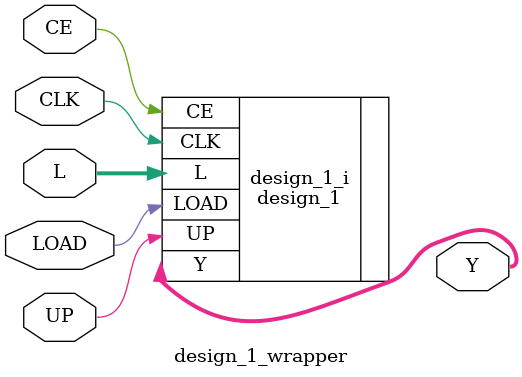
<source format=v>
`timescale 1 ps / 1 ps

module design_1_wrapper
   (CE,
    CLK,
    L,
    LOAD,
    UP,
    Y);
  input CE;
  input CLK;
  input [15:0]L;
  input LOAD;
  input UP;
  output [15:0]Y;

  wire CE;
  wire CLK;
  wire [15:0]L;
  wire LOAD;
  wire UP;
  wire [15:0]Y;

  design_1 design_1_i
       (.CE(CE),
        .CLK(CLK),
        .L(L),
        .LOAD(LOAD),
        .UP(UP),
        .Y(Y));
endmodule

</source>
